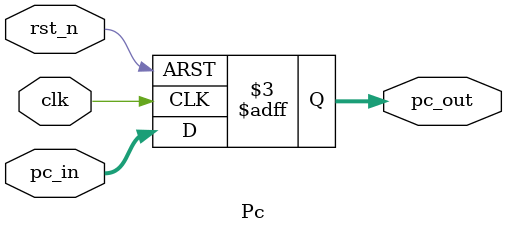
<source format=v>
`timescale 1ns / 1ps
module Pc(
input clk,
input rst_n,
input [5:0] pc_in,
output reg [5:0] pc_out
    );

always@(posedge clk,negedge rst_n)
begin
	if(~rst_n)
		pc_out <= 0;
	else
		pc_out <= pc_in;
end


endmodule

</source>
